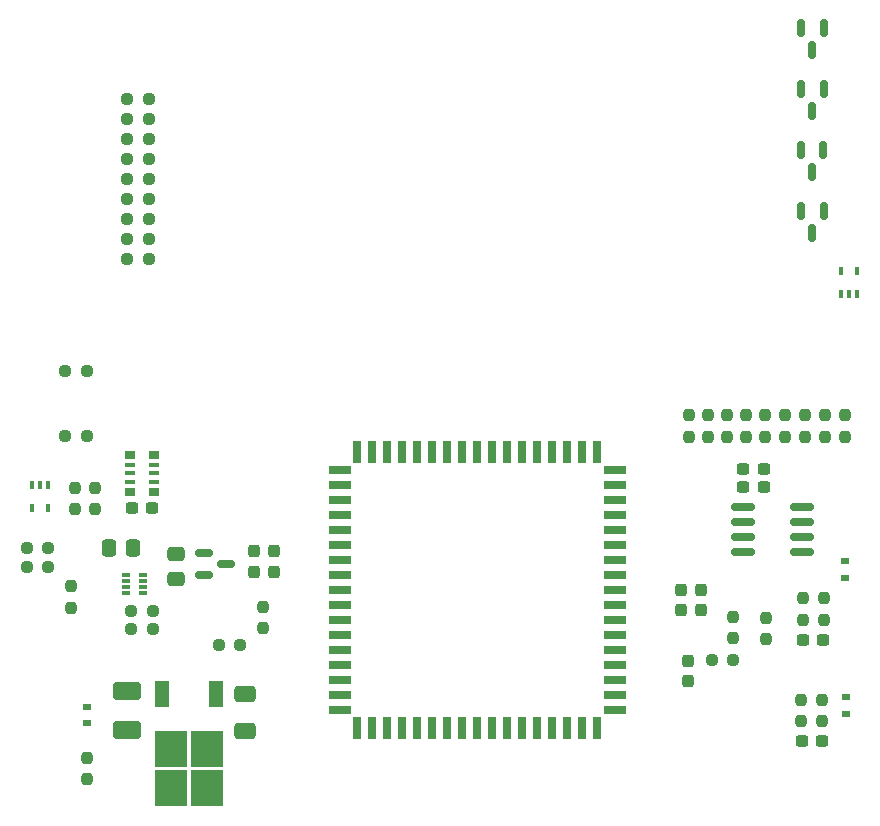
<source format=gtp>
G04 #@! TF.GenerationSoftware,KiCad,Pcbnew,6.0.10-86aedd382b~118~ubuntu22.04.1*
G04 #@! TF.CreationDate,2023-04-18T16:49:58-04:00*
G04 #@! TF.ProjectId,firstfpga-clock,66697273-7466-4706-9761-2d636c6f636b,rev?*
G04 #@! TF.SameCoordinates,Original*
G04 #@! TF.FileFunction,Paste,Top*
G04 #@! TF.FilePolarity,Positive*
%FSLAX46Y46*%
G04 Gerber Fmt 4.6, Leading zero omitted, Abs format (unit mm)*
G04 Created by KiCad (PCBNEW 6.0.10-86aedd382b~118~ubuntu22.04.1) date 2023-04-18 16:49:58*
%MOMM*%
%LPD*%
G01*
G04 APERTURE LIST*
G04 Aperture macros list*
%AMRoundRect*
0 Rectangle with rounded corners*
0 $1 Rounding radius*
0 $2 $3 $4 $5 $6 $7 $8 $9 X,Y pos of 4 corners*
0 Add a 4 corners polygon primitive as box body*
4,1,4,$2,$3,$4,$5,$6,$7,$8,$9,$2,$3,0*
0 Add four circle primitives for the rounded corners*
1,1,$1+$1,$2,$3*
1,1,$1+$1,$4,$5*
1,1,$1+$1,$6,$7*
1,1,$1+$1,$8,$9*
0 Add four rect primitives between the rounded corners*
20,1,$1+$1,$2,$3,$4,$5,0*
20,1,$1+$1,$4,$5,$6,$7,0*
20,1,$1+$1,$6,$7,$8,$9,0*
20,1,$1+$1,$8,$9,$2,$3,0*%
G04 Aperture macros list end*
%ADD10RoundRect,0.237500X0.250000X0.237500X-0.250000X0.237500X-0.250000X-0.237500X0.250000X-0.237500X0*%
%ADD11RoundRect,0.150000X-0.150000X0.587500X-0.150000X-0.587500X0.150000X-0.587500X0.150000X0.587500X0*%
%ADD12RoundRect,0.237500X-0.237500X0.300000X-0.237500X-0.300000X0.237500X-0.300000X0.237500X0.300000X0*%
%ADD13RoundRect,0.237500X-0.250000X-0.237500X0.250000X-0.237500X0.250000X0.237500X-0.250000X0.237500X0*%
%ADD14RoundRect,0.150000X-0.825000X-0.150000X0.825000X-0.150000X0.825000X0.150000X-0.825000X0.150000X0*%
%ADD15RoundRect,0.237500X0.237500X-0.250000X0.237500X0.250000X-0.237500X0.250000X-0.237500X-0.250000X0*%
%ADD16RoundRect,0.237500X-0.300000X-0.237500X0.300000X-0.237500X0.300000X0.237500X-0.300000X0.237500X0*%
%ADD17R,2.750000X3.050000*%
%ADD18R,1.200000X2.200000*%
%ADD19RoundRect,0.250000X0.337500X0.475000X-0.337500X0.475000X-0.337500X-0.475000X0.337500X-0.475000X0*%
%ADD20RoundRect,0.250001X-0.924999X0.499999X-0.924999X-0.499999X0.924999X-0.499999X0.924999X0.499999X0*%
%ADD21RoundRect,0.237500X-0.237500X0.250000X-0.237500X-0.250000X0.237500X-0.250000X0.237500X0.250000X0*%
%ADD22R,0.400000X0.650000*%
%ADD23RoundRect,0.250000X0.475000X-0.337500X0.475000X0.337500X-0.475000X0.337500X-0.475000X-0.337500X0*%
%ADD24R,0.700000X1.925000*%
%ADD25R,1.925000X0.700000*%
%ADD26RoundRect,0.150000X-0.587500X-0.150000X0.587500X-0.150000X0.587500X0.150000X-0.587500X0.150000X0*%
%ADD27R,0.670000X0.300000*%
%ADD28RoundRect,0.237500X0.300000X0.237500X-0.300000X0.237500X-0.300000X-0.237500X0.300000X-0.237500X0*%
%ADD29RoundRect,0.250000X-0.650000X0.412500X-0.650000X-0.412500X0.650000X-0.412500X0.650000X0.412500X0*%
%ADD30R,0.900000X0.700000*%
%ADD31R,0.900000X0.400000*%
%ADD32R,0.700000X0.600000*%
G04 APERTURE END LIST*
D10*
X216650000Y-91400000D03*
X214825000Y-91400000D03*
D11*
X224300000Y-43037500D03*
X222400000Y-43037500D03*
X223350000Y-44912500D03*
D12*
X213950000Y-85487500D03*
X213950000Y-87212500D03*
D13*
X165687500Y-88825000D03*
X167512500Y-88825000D03*
D14*
X217525000Y-78470000D03*
X217525000Y-79740000D03*
X217525000Y-81010000D03*
X217525000Y-82280000D03*
X222475000Y-82280000D03*
X222475000Y-81010000D03*
X222475000Y-79740000D03*
X222475000Y-78470000D03*
D15*
X161950000Y-101512500D03*
X161950000Y-99687500D03*
D11*
X224275000Y-48212500D03*
X222375000Y-48212500D03*
X223325000Y-50087500D03*
D10*
X167162500Y-54100000D03*
X165337500Y-54100000D03*
X167162500Y-43900000D03*
X165337500Y-43900000D03*
D15*
X219450000Y-89662500D03*
X219450000Y-87837500D03*
D16*
X217500000Y-76750000D03*
X219225000Y-76750000D03*
D17*
X172100000Y-98925000D03*
X169050000Y-102275000D03*
X169050000Y-98925000D03*
X172100000Y-102275000D03*
D18*
X172855000Y-94300000D03*
X168295000Y-94300000D03*
D10*
X167162500Y-57500000D03*
X165337500Y-57500000D03*
D12*
X177800000Y-82217500D03*
X177800000Y-83942500D03*
D19*
X165837500Y-81925000D03*
X163762500Y-81925000D03*
D12*
X212812500Y-91462500D03*
X212812500Y-93187500D03*
D10*
X167162500Y-49000000D03*
X165337500Y-49000000D03*
D20*
X165350000Y-94075000D03*
X165350000Y-97325000D03*
D16*
X222462500Y-98300000D03*
X224187500Y-98300000D03*
D21*
X214550000Y-70687500D03*
X214550000Y-72512500D03*
D15*
X222725000Y-72512500D03*
X222725000Y-70687500D03*
D16*
X217500000Y-75250000D03*
X219225000Y-75250000D03*
D22*
X158600000Y-76625000D03*
X157950000Y-76625000D03*
X157300000Y-76625000D03*
X157300000Y-78525000D03*
X158600000Y-78525000D03*
D15*
X216650000Y-89562500D03*
X216650000Y-87737500D03*
D21*
X224325000Y-86187500D03*
X224325000Y-88012500D03*
D16*
X222562500Y-89700000D03*
X224287500Y-89700000D03*
D21*
X222425000Y-94762500D03*
X222425000Y-96587500D03*
D15*
X160550000Y-87012500D03*
X160550000Y-85187500D03*
X226150000Y-72512500D03*
X226150000Y-70687500D03*
D23*
X169500000Y-84537500D03*
X169500000Y-82462500D03*
D15*
X162600000Y-78650000D03*
X162600000Y-76825000D03*
D11*
X224300000Y-53412500D03*
X222400000Y-53412500D03*
X223350000Y-55287500D03*
D12*
X176090000Y-82217500D03*
X176090000Y-83942500D03*
D21*
X217750000Y-70687500D03*
X217750000Y-72512500D03*
D24*
X195000000Y-73827500D03*
X193730000Y-73827500D03*
X192460000Y-73827500D03*
X191190000Y-73827500D03*
X189920000Y-73827500D03*
X188650000Y-73827500D03*
X187380000Y-73827500D03*
X186110000Y-73827500D03*
X184840000Y-73827500D03*
D25*
X183327500Y-75340000D03*
X183327500Y-76610000D03*
X183327500Y-77880000D03*
X183327500Y-79150000D03*
X183327500Y-80420000D03*
X183327500Y-81690000D03*
X183327500Y-82960000D03*
X183327500Y-84230000D03*
X183327500Y-85500000D03*
X183327500Y-86770000D03*
X183327500Y-88040000D03*
X183327500Y-89310000D03*
X183327500Y-90580000D03*
X183327500Y-91850000D03*
X183327500Y-93120000D03*
X183327500Y-94390000D03*
X183327500Y-95660000D03*
D24*
X184840000Y-97172500D03*
X186110000Y-97172500D03*
X187380000Y-97172500D03*
X188650000Y-97172500D03*
X189920000Y-97172500D03*
X191190000Y-97172500D03*
X192460000Y-97172500D03*
X193730000Y-97172500D03*
X195000000Y-97172500D03*
X196270000Y-97172500D03*
X197540000Y-97172500D03*
X198810000Y-97172500D03*
X200080000Y-97172500D03*
X201350000Y-97172500D03*
X202620000Y-97172500D03*
X203890000Y-97172500D03*
X205160000Y-97172500D03*
D25*
X206672500Y-95660000D03*
X206672500Y-94390000D03*
X206672500Y-93120000D03*
X206672500Y-91850000D03*
X206672500Y-90580000D03*
X206672500Y-89310000D03*
X206672500Y-88040000D03*
X206672500Y-86770000D03*
X206672500Y-85500000D03*
X206672500Y-84230000D03*
X206672500Y-82960000D03*
X206672500Y-81690000D03*
X206672500Y-80420000D03*
X206672500Y-79150000D03*
X206672500Y-77880000D03*
X206672500Y-76610000D03*
X206672500Y-75340000D03*
D24*
X205160000Y-73827500D03*
X203890000Y-73827500D03*
X202620000Y-73827500D03*
X201350000Y-73827500D03*
X200080000Y-73827500D03*
X198810000Y-73827500D03*
X197540000Y-73827500D03*
X196270000Y-73827500D03*
D21*
X212950000Y-70687500D03*
X212950000Y-72512500D03*
X224200000Y-94762500D03*
X224200000Y-96587500D03*
D10*
X167512500Y-87300000D03*
X165687500Y-87300000D03*
D15*
X221050000Y-72512500D03*
X221050000Y-70687500D03*
D10*
X167162500Y-55800000D03*
X165337500Y-55800000D03*
D26*
X171862500Y-82350000D03*
X171862500Y-84250000D03*
X173737500Y-83300000D03*
D13*
X165337500Y-45600000D03*
X167162500Y-45600000D03*
D27*
X165207500Y-84200000D03*
X165207500Y-84700000D03*
X165207500Y-85200000D03*
X165207500Y-85700000D03*
X166687500Y-85700000D03*
X166687500Y-85200000D03*
X166687500Y-84700000D03*
X166687500Y-84200000D03*
D10*
X167162500Y-47300000D03*
X165337500Y-47300000D03*
X161912500Y-66967400D03*
X160087500Y-66967400D03*
D28*
X167462500Y-78550000D03*
X165737500Y-78550000D03*
D21*
X222550000Y-86187500D03*
X222550000Y-88012500D03*
D29*
X175325000Y-94312500D03*
X175325000Y-97437500D03*
D21*
X216150000Y-70687500D03*
X216150000Y-72512500D03*
D12*
X212275000Y-85487500D03*
X212275000Y-87212500D03*
D10*
X161912500Y-72450000D03*
X160087500Y-72450000D03*
D21*
X176875000Y-86887500D03*
X176875000Y-88712500D03*
D15*
X219350000Y-72512500D03*
X219350000Y-70687500D03*
D30*
X167600000Y-77162500D03*
D31*
X167600000Y-76312500D03*
X167600000Y-75612500D03*
X167600000Y-74912500D03*
D30*
X167600000Y-74062500D03*
X165600000Y-74062500D03*
D31*
X165600000Y-74912500D03*
X165600000Y-75612500D03*
X165600000Y-76312500D03*
D30*
X165600000Y-77162500D03*
D10*
X158662500Y-81900000D03*
X156837500Y-81900000D03*
X167162500Y-50700000D03*
X165337500Y-50700000D03*
D32*
X161950000Y-96750000D03*
X161950000Y-95350000D03*
D10*
X167162500Y-52400000D03*
X165337500Y-52400000D03*
D13*
X173087500Y-90100000D03*
X174912500Y-90100000D03*
D32*
X226160000Y-83040000D03*
X226160000Y-84440000D03*
D13*
X156837500Y-83550000D03*
X158662500Y-83550000D03*
D15*
X160950000Y-78662500D03*
X160950000Y-76837500D03*
X224400000Y-72512500D03*
X224400000Y-70687500D03*
D22*
X225800000Y-60400000D03*
X226450000Y-60400000D03*
X227100000Y-60400000D03*
X227100000Y-58500000D03*
X225800000Y-58500000D03*
D11*
X224300000Y-37887500D03*
X222400000Y-37887500D03*
X223350000Y-39762500D03*
D32*
X226225000Y-94575000D03*
X226225000Y-95975000D03*
M02*

</source>
